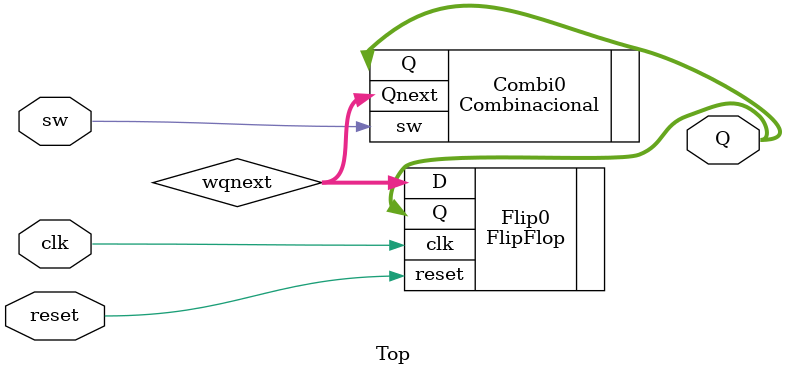
<source format=v>
`timescale 1ns / 1ps
module Top(
    input sw,
    input clk,
    input reset,
    output [1:0] Q //MODIFICACION
    );
	 
	 wire [1:0] wqnext; //MODIFICACION
	 
	 FlipFlop Flip0 (.D(wqnext), .Q(Q), .clk(clk), . reset(reset));
	 
	 Combinacional Combi0(.sw(sw),.Q(Q),.Qnext(wqnext));


endmodule

</source>
